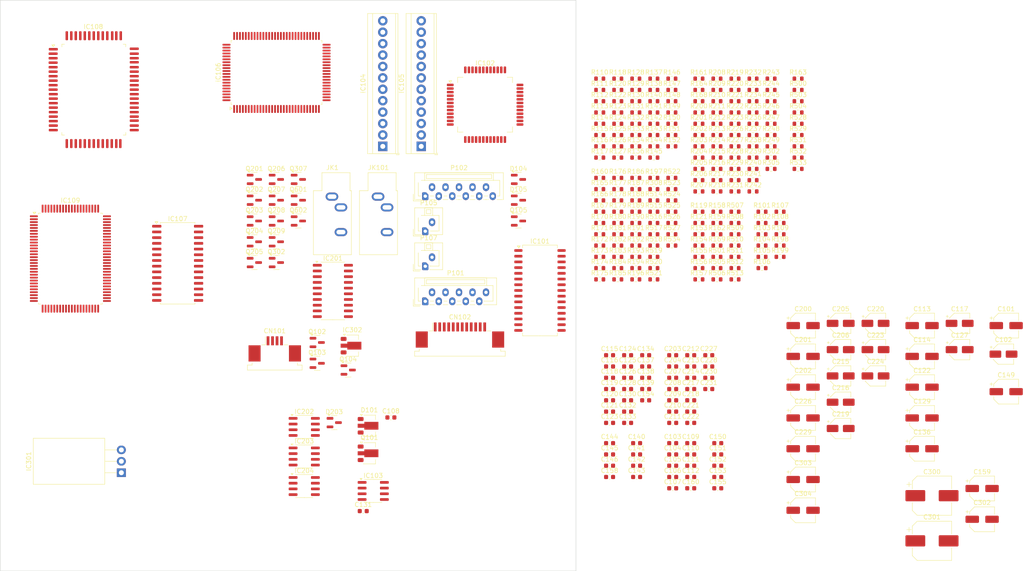
<source format=kicad_pcb>
(kicad_pcb (version 20240108) (generator "pcbnew") (generator_version "8.0")
  (layers (0 "F.Cu" signal) (31 "B.Cu" signal) (34 "B.Paste" user) (35 "F.Paste" user) (36 "B.SilkS" user "B.Silkscreen") (37 "F.SilkS" user "F.Silkscreen") (38 "B.Mask" user) (39 "F.Mask" user) (44 "Edge.Cuts" user))
  (net 0 "")
  (net 1 "Net-(CN101-Pin_4)")
  (net 2 "Net-(CN101-Pin_1)")
  (net 3 "Net-(CN101-Pin_3)")
  (net 4 "Net-(CN101-Pin_2)")
  (net 5 "GND")
  (net 6 "Net-(CN102-Pin_6)")
  (net 7 "Net-(CN102-Pin_7)")
  (net 8 "Net-(CN102-Pin_3)")
  (net 9 "Net-(CN102-Pin_2)")
  (net 10 "/RF AMP/A+C")
  (net 11 "/RF AMP/B+D")
  (net 12 "Net-(CN102-Pin_5)")
  (net 13 "/MCU/PWM_DIGIT1")
  (net 14 "Net-(P107-Pin_2)")
  (net 15 "Net-(P105-Pin_1)")
  (net 16 "/~{WR}")
  (net 17 "/PF5")
  (net 18 "/MCU/DISP_LATCH")
  (net 19 "+5VA")
  (net 20 "/I2S_WDLK")
  (net 21 "Net-(IC201-CH2OUT)")
  (net 22 "Net-(IC201-VREFL1)")
  (net 23 "Net-(IC201-VREFH1)")
  (net 24 "/~{I2S_SCLK}")
  (net 25 "/I2S_LRCK")
  (net 27 "/I2S_DAT")
  (net 28 "Net-(IC201-CH1OUT)")
  (net 29 "/SCSI/~{SCSI_RST}")
  (net 30 "+5V")
  (net 31 "Net-(J2-Pad1)")
  (net 32 "Net-(J1-Pad1)")
  (net 33 "/AUDIO/LINEOUT_R")
  (net 34 "/AUDIO/LINEOUT_L")
  (net 35 "/PD4")
  (net 36 "/PD5")
  (net 37 "/PD3")
  (net 38 "/PD7")
  (net 39 "/PD2")
  (net 40 "/PD1")
  (net 41 "/PD0")
  (net 42 "/PD6")
  (net 43 "Net-(P102-Pin_10)")
  (net 44 "/~{MRST}")
  (net 45 "/MCU/FS_RS")
  (net 46 "/MCU/P102_PIN6?")
  (net 47 "/MCU/PLAY_PAUSE")
  (net 48 "/MCU/PWM_DIGIT2")
  (net 49 "/SPL_MOTOR_BLACK")
  (net 50 "/SPL_MOTOR_RED")
  (net 51 "/MCU/STOP")
  (net 52 "Net-(Q102-C)")
  (net 53 "Net-(Q102-B)")
  (net 54 "Net-(Q103-B)")
  (net 55 "/Servo and Actuator Drivers/SLO")
  (net 56 "Net-(Q103-C)")
  (net 57 "Net-(Q104-E)")
  (net 58 "Net-(Q104-B)")
  (net 59 "/UPC3")
  (net 60 "Net-(IC108-PC3)")
  (net 61 "Net-(Q201-C)")
  (net 62 "Net-(Q201-B)")
  (net 63 "Net-(Q202-B)")
  (net 64 "Net-(Q202-C)")
  (net 65 "/~{GROOVE}")
  (net 66 "Net-(Q203-C)")
  (net 67 "/AUDIO/5V_002")
  (net 68 "Net-(Q204-B)")
  (net 69 "Net-(D203-A)")
  (net 70 "/AUDIO/AUDIO_R")
  (net 71 "Net-(Q205-B)")
  (net 72 "Net-(Q206-B)")
  (net 73 "/AUDIO/AUDIO_L")
  (net 74 "/MUTG")
  (net 75 "Net-(Q208-B)")
  (net 76 "Net-(Q208-C)")
  (net 77 "Net-(Q209-B)")
  (net 78 "Net-(Q209-C)")
  (net 79 "+9V")
  (net 80 "Net-(Q302-B)")
  (net 81 "+9VA")
  (net 82 "Net-(Q307-B)")
  (net 83 "Net-(Q601-B)")
  (net 84 "Net-(Q602-B)")
  (net 85 "Net-(Q101-E)")
  (net 86 "/RF AMP/RFO")
  (net 87 "Net-(IC101-RF-)")
  (net 88 "/VC")
  (net 89 "Net-(R104-Pad2)")
  (net 90 "Net-(R105-Pad2)")
  (net 91 "Net-(R106-Pad1)")
  (net 92 "Net-(P103-Pin_1)")
  (net 93 "Net-(IC101-ASY)")
  (net 94 "/DSP/ASY")
  (net 95 "Net-(IC101-FE)")
  (net 96 "Net-(C111-Pad2)")
  (net 97 "/Servo and Actuator Drivers/FEO")
  (net 98 "/Servo and Actuator Drivers/FE-")
  (net 99 "Net-(P104-Pin_3)")
  (net 100 "/Servo and Actuator Drivers/TAO")
  (net 101 "/Servo and Actuator Drivers/TE-")
  (net 102 "Net-(P104-Pin_4)")
  (net 103 "Net-(IC102-SL+)")
  (net 104 "Net-(C122-Pad2)")
  (net 105 "Net-(IC102-SL-)")
  (net 106 "Net-(IC102-FSET)")
  (net 107 "/MLT")
  (net 108 "/XRST")
  (net 109 "Net-(IC102-XRST)")
  (net 110 "Net-(IC102-PDI)")
  (net 111 "/PDO")
  (net 112 "Net-(IC102-3.5V)")
  (net 113 "Net-(IC102-ISET)")
  (net 114 "Net-(IC102-VCOF)")
  (net 115 "Net-(R127-Pad1)")
  (net 116 "/VCOI")
  (net 117 "/VCOO")
  (net 118 "/MDS")
  (net 119 "Net-(IC102-FSW)")
  (net 120 "/FSW")
  (net 121 "Net-(IC102-SPDL-)")
  (net 122 "/Servo and Actuator Drivers/SPDLO")
  (net 123 "Net-(IC104-Pad5)")
  (net 124 "Net-(IC105-Pad5)")
  (net 125 "Net-(IC105-Pad8)")
  (net 126 "Net-(IC104-Pad8)")
  (net 127 "/IC108_PB2")
  (net 128 "/Servo and Actuator Drivers/VSUP-2.5")
  (net 129 "Net-(IC103B--)")
  (net 130 "/Servo and Actuator Drivers/VSUP{slash}2")
  (net 131 "Net-(P106-Pin_1)")
  (net 132 "/GFS")
  (net 133 "/MCU/REPEAT")
  (net 134 "Net-(IC108-MODE1)")
  (net 135 "Net-(IC106-XTAO)")
  (net 136 "Net-(C141-Pad1)")
  (net 137 "/~{MUTE_EN}")
  (net 138 "Net-(IC107-~{WE})")
  (net 139 "Net-(IC109-Pad84)")
  (net 140 "Net-(IC109-XCA9)")
  (net 141 "/SCSI/MA9")
  (net 142 "/SCSI/MA10")
  (net 143 "Net-(IC109-XCA10)")
  (net 144 "/SCSI/MA11")
  (net 145 "Net-(IC109-XCA11)")
  (net 146 "/SCSI/MA12")
  (net 147 "Net-(IC109-XCA12)")
  (net 148 "/SBCK")
  (net 149 "/SFSY")
  (net 150 "/PW")
  (net 151 "/SCSI/~{SCSI_IO}")
  (net 152 "/SCSI/~{SCSI_CD}")
  (net 153 "/SCSI/~{SCSI_MSG}")
  (net 154 "/SCSI/~{SCSI_BSY}")
  (net 155 "/SCSI/SCSI_D7")
  (net 156 "/SCSI/SCSI_D6")
  (net 157 "/SCSI/SCSI_D5")
  (net 158 "/SCSI/SCSI_D4")
  (net 159 "/SCSI/SCSI_D3")
  (net 160 "/SCSI/SCSI_D2")
  (net 161 "/SCSI/SCSI_D1")
  (net 162 "/SCSI/SCSI_D0")
  (net 163 "/SCSI/~{SCSI_ACK}")
  (net 164 "/SCSI/~{SCSI_REQ}")
  (net 165 "/~{SCSI_SEL}")
  (net 166 "/I2S_SCLK")
  (net 167 "/SBSY")
  (net 168 "Net-(IC101-TE)")
  (net 169 "Net-(C112-Pad2)")
  (net 170 "Net-(IC101-~{LDON})")
  (net 171 "/~{LDON}")
  (net 172 "Net-(IC202B-+)")
  (net 173 "Net-(IC202A-+)")
  (net 174 "Net-(C205-Pad1)")
  (net 175 "Net-(C207-Pad2)")
  (net 176 "Net-(C208-Pad2)")
  (net 177 "Net-(C206-Pad1)")
  (net 178 "Net-(C209-Pad2)")
  (net 179 "Net-(C210-Pad2)")
  (net 180 "Net-(C213-Pad1)")
  (net 181 "Net-(C214-Pad1)")
  (net 182 "Net-(IC203A--)")
  (net 183 "Net-(IC203B--)")
  (net 184 "Net-(IC203B-+)")
  (net 185 "Net-(IC203A-+)")
  (net 186 "Net-(C215-Pad2)")
  (net 187 "Net-(C216-Pad2)")
  (net 188 "Net-(C217-Pad2)")
  (net 189 "Net-(C218-Pad2)")
  (net 190 "Net-(D203-K-Pad2)")
  (net 191 "Net-(D203-K-Pad1)")
  (net 192 "Net-(C221-Pad1)")
  (net 193 "/AUDIO/5V_001")
  (net 194 "Net-(C222-Pad1)")
  (net 195 "Net-(C219-Pad2)")
  (net 196 "Net-(C220-Pad2)")
  (net 197 "Net-(IC204B--)")
  (net 198 "Net-(C223-Pad1)")
  (net 199 "Net-(IC204A--)")
  (net 200 "Net-(C224-Pad1)")
  (net 201 "Net-(IC204-Pad7)")
  (net 202 "Net-(IC204-Pad1)")
  (net 203 "Net-(C226-Pad1)")
  (net 204 "Net-(C229-Pad1)")
  (net 205 "Net-(IC204B-+)")
  (net 206 "Net-(IC204A-+)")
  (net 207 "/PCLK")
  (net 208 "Net-(IC106-DA09)")
  (net 209 "Net-(IC106-DA16)")
  (net 210 "Net-(IC106-DA14)")
  (net 211 "Net-(IC108-PD0)")
  (net 212 "Net-(IC108-PD1)")
  (net 213 "Net-(IC108-PD2)")
  (net 214 "Net-(IC108-PD3)")
  (net 215 "Net-(IC108-PD4)")
  (net 216 "Net-(IC108-PD5)")
  (net 217 "Net-(IC108-PD6)")
  (net 218 "Net-(IC108-PD7)")
  (net 219 "Net-(JK104C-I2S_SCLK)")
  (net 220 "Net-(JK104B-SBCK)")
  (net 221 "Net-(JK104B-I2S_DAT)")
  (net 222 "Net-(JK104B-I2S_LRCK)")
  (net 223 "Net-(JK104B-PW)")
  (net 224 "Net-(JK104D-SBSY)")
  (net 225 "Net-(JK104D-~{SCSI_REQ})")
  (net 226 "Net-(JK104C-~{SCSI_ACK})")
  (net 227 "Net-(JK104D-~{SCSI_MSG})")
  (net 228 "Net-(JK104C-~{SCSI_BSY})")
  (net 229 "Net-(JK104C-~{SCSI_IO})")
  (net 230 "Net-(JK104C-~{SCSI_CD})")
  (net 231 "Net-(JK104B-~{SCSI_SEL})")
  (net 232 "Net-(JK104B-SFSY)")
  (net 233 "Net-(IC106-LRCK)")
  (net 234 "Net-(IC106-WDCK)")
  (net 235 "Net-(IC106-DA15)")
  (net 236 "Net-(IC106-DA08)")
  (net 237 "Net-(IC106-XTAI)")
  (net 238 "Net-(IC109-XIN)")
  (net 239 "Net-(IC101-RFI)")
  (net 240 "Net-(IC101-CC2)")
  (net 241 "Net-(IC101-CC1)")
  (net 242 "Net-(IC101-CP)")
  (net 243 "Net-(IC101-CB)")
  (net 244 "/Servo and Actuator Drivers/TZC")
  (net 245 "Net-(IC102-FGD)")
  (net 246 "Net-(IC102-FS3)")
  (net 247 "Net-(IC102-FLB)")
  (net 248 "Net-(IC102-TG2)")
  (net 249 "Net-(IC102-TGU)")
  (net 250 "Net-(IC102-BW)")
  (net 251 "Net-(IC102-C864)")
  (net 252 "Net-(P106-Pin_2)")
  (net 253 "Net-(IC108-X1)")
  (net 254 "Net-(IC108-X2)")
  (net 255 "Net-(IC101-LD)")
  (net 256 "Net-(IC102-SRCH)")
  (net 257 "Net-(IC202B--)")
  (net 258 "Net-(IC202A--)")
  (net 259 "Net-(C219-Pad1)")
  (net 260 "Net-(C220-Pad1)")
  (net 262 "Net-(L101-Pad2)")
  (net 263 "Net-(IC101-E1)")
  (net 264 "/FOK")
  (net 266 "Net-(IC101-E0)")
  (net 267 "/DSP/EFM")
  (net 268 "Net-(IC101-FEBIAS)")
  (net 269 "/RF AMP/MIRROR")
  (net 270 "/RF AMP/DEFECT")
  (net 271 "/LOCK")
  (net 272 "/MDAT")
  (net 273 "/MDP")
  (net 274 "/MCK")
  (net 275 "/CNIN")
  (net 276 "/Servo and Actuator Drivers/TE")
  (net 277 "/MON")
  (net 278 "/Servo and Actuator Drivers/FE")
  (net 279 "/SENS")
  (net 281 "/MODE_SELECT")
  (net 286 "/SQCK")
  (net 293 "/CRCF")
  (net 296 "/SUBQ")
  (net 300 "/ALE")
  (net 301 "/PF1")
  (net 304 "/PF3")
  (net 305 "/PF0")
  (net 306 "/~{RD}")
  (net 308 "/PA1")
  (net 313 "/PF4")
  (net 314 "/PA0")
  (net 315 "/PA2")
  (net 316 "/PF2")
  (net 319 "/SCSI/MD0")
  (net 320 "/SCSI/MA8")
  (net 321 "/SCSI/MD3")
  (net 322 "/SCSI/MA6")
  (net 323 "/SCSI/MD5")
  (net 324 "/SCSI/MA1")
  (net 325 "/SCSI/MA3")
  (net 326 "/SCSI/MD7")
  (net 327 "/SCSI/MA7")
  (net 329 "/SCSI/MD2")
  (net 330 "/SCSI/MA5")
  (net 331 "/SCSI/MA0")
  (net 332 "/SCSI/MD1")
  (net 333 "/SCSI/MA4")
  (net 334 "/SCSI/MA2")
  (net 335 "/SCSI/MD6")
  (net 336 "/SCSI/MD4")
  (net 337 "Net-(IC107-~{OE})")
  (footprint "Capacitor_SMD:C_0603_1608Metric" (layer "F.Cu") (at 185.475 133.58)
    (property "Reference" "C146")
    (property "Value" "?")
  )
  (footprint "Resistor_SMD:R_0603_1608Metric" (layer "F.Cu") (at 199.325 47.45)
    (property "Reference" "R146")
    (property "Value" "10k")
  )
  (footprint "Capacitor_SMD:C_0603_1608Metric" (layer "F.Cu") (at 185.475 119.03)
    (property "Reference" "C120")
    (property "Value" "?")
  )
  (footprint "Capacitor_SMD:CP_Elec_5x5.4" (layer "F.Cu") (at 273.65 117.1)
    (property "Reference" "C149")
    (property "Value" "100uF")
  )
  (footprint "Resistor_SMD:R_0603_1608Metric" (layer "F.Cu") (at 213.355 54.98)
    (property "Reference" "R222")
    (property "Value" "1k")
  )
  (footprint "Resistor_SMD:R_0603_1608Metric" (layer "F.Cu") (at 217.365 57.49)
    (property "Reference" "R236")
    (property "Value" "220")
  )
  (footprint "Capacitor_SMD:C_0603_1608Metric" (layer "F.Cu") (at 199.505 111.5)
    (property "Reference" "C204")
    (property "Value" "47pF")
  )
  (footprint "Package_TO_SOT_SMD:SOT-23" (layer "F.Cu") (at 111.39 69.875)
    (property "Reference" "Q206")
    (property "Value" "Q_NPN_BEC")
  )
  (footprint "Resistor_SMD:R_0603_1608Metric" (layer "F.Cu") (at 199.325 60)
    (property "Reference" "R151")
    (property "Value" "33k")
  )
  (footprint "Capacitor_SMD:C_0603_1608Metric" (layer "F.Cu") (at 185.475 131.07)
    (property "Reference" "C145")
    (property "Value" "?")
  )
  (footprint "Resistor_SMD:R_0603_1608Metric" (layer "F.Cu") (at 195.315 72.04)
    (property "Reference" "R308")
    (property "Value" "4.7k")
  )
  (footprint "Package_TO_SOT_SMD:SOT-23" (layer "F.Cu") (at 124.255 123.99)
    (property "Reference" "D203")
    (property "Value" "D_Dual_CommonAnode_KKA")
  )
  (footprint "Resistor_SMD:R_0603_1608Metric" (layer "F.Cu") (at 187.295 65.02)
    (property "Reference" "R127")
    (property "Value" "3.6k")
  )
  (footprint "Resistor_SMD:R_0603_1608Metric" (layer "F.Cu") (at 209.345 87.1)
    (property "Reference" "R501")
    (property "Value" "2k2")
  )
  (footprint "Resistor_SMD:R_0603_1608Metric" (layer "F.Cu") (at 213.355 49.96)
    (property "Reference" "R220")
    (property "Value" "10k")
  )
  (footprint "Package_SO:SOIC-8_3.9x4.9mm_P1.27mm" (layer "F.Cu") (at 132.925 139.195)
    (property "Reference" "IC103")
    (property "Value" "RC4558")
  )
  (footprint "Capacitor_SMD:C_0603_1608Metric" (layer "F.Cu") (at 199.505 128.56)
    (property "Reference" "C103")
    (property "Value" "4.7nF")
  )
  (footprint "Capacitor_SMD:C_0603_1608Metric" (layer "F.Cu") (at 136.855 122.845)
    (property "Reference" "C108")
    (property "Value" "470nF")
  )
  (footprint "Resistor_SMD:R_0603_1608Metric" (layer "F.Cu") (at 205.335 49.96)
    (property "Reference" "R164")
    (property "Value" "10k")
  )
  (footprint "Capacitor_SMD:CP_Elec_4x5.4" (layer "F.Cu") (at 244.6 107.75)
    (property "Reference" "C223")
    (property "Value" "4.7uF")
  )
  (footprint "Capacitor_SMD:CP_Elec_5x5.4" (layer "F.Cu") (at 228.5 109.25)
    (property "Reference" "C201")
    (property "Value" "100uF")
  )
  (footprint "Resistor_SMD:R_0603_1608Metric" (layer "F.Cu") (at 191.305 52.47)
    (property "Reference" "R130")
    (property "Value" "1M")
  )
  (footprint "Resistor_SMD:R_0603_1608Metric" (layer "F.Cu") (at 187.295 69.53)
    (property "Reference" "R176")
    (property "Value" "4.7k")
  )
  (footprint "Resistor_SMD:R_0603_1608Metric" (layer "F.Cu") (at 213.355 79.57)
    (property "Reference" "R508")
    (property "Value" "3k3")
  )
  (footprint "Capacitor_SMD:C_0603_1608Metric" (layer "F.Cu") (at 193.495 116.52)
    (property "Reference" "C139")
    (property "Value" "1uF")
  )
  (footprint "Capacitor_SMD:CP_Elec_8x10.5" (layer "F.Cu") (at 257.15 150.3)
    (property "Reference" "C301")
    (property "Value" "470uF")
  )
  (footprint "Resistor_SMD:R_0603_1608Metric" (layer "F.Cu") (at 191.305 62.51)
    (property "Reference" "R134")
    (property "Value" "33k")
  )
  (footprint "Package_TO_SOT_SMD:SOT-23" (layer "F.Cu") (at 165.22 69.875)
    (property "Reference" "D104")
    (property "Value" "D_Dual_CommonAnode_KKA")
  )
  (footprint "Capacitor_SMD:C_0603_1608Metric" (layer "F.Cu") (at 189.485 119.03)
    (property "Reference" "C130")
    (property "Value" "?")
  )
  (footprint "CDR-30A:PQFP-64_20x14mm_P1.0mm" (layer "F.Cu") (at 70.8 49.9)
    (property "Reference" "IC108")
    (property "Value" "D78C14GF")
  )
  (footprint "Resistor_SMD:R_0603_1608Metric" (layer "F.Cu") (at 183.285 92.12)
    (property "Reference" "R175")
    (property "Value" "4.7k")
  )
  (footprint "Capacitor_SMD:C_0603_1608Metric" (layer "F.Cu") (at 193.495 114.01)
    (property "Reference" "C138")
    (property "Value" "C")
  )
  (footprint "Resistor_SMD:R_0603_1608Metric" (layer "F.Cu") (at 195.315 87.1)
    (property "Reference" "R519")
    (property "Value" "220")
  )
  (footprint "Resistor_SMD:R_0603_1608Metric" (layer "F.Cu") (at 195.315 92.12)
    (property "Reference" "R521")
    (property "Value" "220")
  )
  (footprint "Resistor_SMD:R_0603_1608Metric" (layer "F.Cu") (at 195.315 52.47)
    (property "Reference" "R140")
    (property "Value" "10k")
  )
  (footprint "Resistor_SMD:R_0603_1608Metric" (layer "F.Cu") (at 205.335 92.12)
    (property "Reference" "R157")
    (property "Value" "10k")
  )
  (footprint "Capacitor_SMD:C_0603_1608Metric" (layer "F.Cu") (at 203.515 114.01)
    (property "Reference" "C214")
    (property "Value" "2.2nF")
  )
  (footprint "Capacitor_SMD:CP_Elec_4x5.4" (layer "F.Cu") (at 236.85 125.3)
    (property "Reference" "C219")
    (property "Value" "4.7uF")
  )
  (footprint "Resistor_SMD:R_0603_1608Metric" (layer "F.Cu") (at 187.295 62.51)
    (property "Reference" "R126")
    (property "Value" "240k")
  )
  (footprint "Resistor_SMD:R_0603_1608Metric" (layer "F.Cu") (at 209.345 84.59)
    (property "Reference" "R169")
    (property "Value" "47k")
  )
  (footprint "Capacitor_SMD:C_0603_1608Metric" (layer "F.Cu") (at 189.485 108.99)
    (property "Reference" "C124")
    (property "Value" "?")
  )
  (footprint "Resistor_SMD:R_0603_1608Metric" (layer "F.Cu") (at 187.295 82.08)
    (property "Reference" "R181")
    (property "Value" "4.7k")
  )
  (footprint "Resistor_SMD:R_0603_1608Metric" (layer "F.Cu") (at 191.305 89.61)
    (property "Reference" "R194")
    (property "Value" "4.7k")
  )
  (footprint "Capacitor_SMD:CP_Elec_5x5.4" (layer "F.Cu") (at 254.95 129.8)
    (property "Reference" "C136")
    (property "Value" "100uF")
  )
  (footprint "Capacitor_SMD:C_0603_1608Metric" (layer "F.Cu") (at 203.515 116.52)
    (property "Reference" "C217")
    (property "Value" "2.2nF")
  )
  (footprint "Capacitor_SMD:C_0603_1608Metric" (layer "F.Cu") (at 203.515 133.58)
    (property "Reference" "C111")
    (property "Value" "?")
  )
  (footprint "Capacitor_SMD:C_0603_1608Metric" (layer "F.Cu") (at 189.485 121.54)
    (property "Reference" "C132")
    (property "Value" "?")
  )
  (footprint "Package_QFP:PQFP-100_14x20mm_P0.65mm" (layer "F.Cu") (at 65.6 87.5)
    (property "Reference" "IC109")
    (property "Value" "D6378GF")
  )
  (footprint "Capacitor_SMD:C_0603_1608Metric" (layer "F.Cu") (at 185.475 108.99)
    (property "Reference" "C115")
    (property "Value" "?")
  )
  (footprint "Connector_Audio:Jack_3.5mm_CUI_SJ1-3533NG_Horizontal" (layer "F.Cu") (at 123.75 73.7)
    (property "Reference" "JK1")
    (property "Value" "AudioJack3")
  )
  (footprint "Resistor_SMD:R_0603_1608Metric" (layer "F.Cu") (at 183.285 49.96)
    (property "Reference" "R111")
    (property "Value" "220k")
  )
  (footprint "Capacitor_SMD:C_0603_1608Metric" (layer "F.Cu") (at 207.525 111.5)
    (property "Reference" "C228")
    (property "Value" "33nF")
  )
  (footprint "Package_SO:SOIC-8_3.9x4.9mm_P1.27mm" (layer "F.Cu") (at 117.585 124.945)
    (property "Reference" "IC202")
    (property "Value" "RC4560")
  )
  (footprint "Resistor_SMD:R_0603_1608Metric" (layer "F.Cu") (at 187.295 54.98)
    (property "Reference" "R123")
    (property "Value" "10k")
  )
  (footprint "Capacitor_SMD:C_0603_1608Metric" (layer "F.Cu") (at 185.475 121.54)
    (property "Reference" "C121")
    (property "Value" "?")
  )
  (footprint "Capacitor_SMD:C_0603_1608Metric" (layer "F.Cu") (at 203.515 108.99)
    (property "Reference" "C212")
    (property "Value" "47nF")
  )
  (footprint "Resistor_SMD:R_0603_1608Metric" (layer "F.Cu") (at 199.325 69.53)
    (property "Reference" "R522")
    (property "Value" "220")
  )
  (footprint "Resistor_SMD:R_0603_1608Metric" (layer "F.Cu") (at 213.355 47.45)
    (property "Reference" "R219")
    (property "Value" "22")
  )
  (footprint "Package_TO_SOT_SMD:SOT-23" (layer "F.Cu") (at 120.47 110.79)
    (property "Reference" "Q103")
    (property "Value" "2SC2412K")
  )
  (footprint "Capacitor_SMD:C_0603_1608Metric" (layer "F.Cu") (at 203.515 119.03)
    (property "Reference" "C218")
    (property "Value" "2.2nF")
  )
  (footprint "Resistor_SMD:R_0603_1608Metric" (layer "F.Cu") (at 221.375 60)
    (property "Reference" "R248")
    (property "Value" "0")
  )
  (footprint "Capacitor_SMD:CP_Elec_5x5.4" (layer "F.Cu") (at 228.5 102.4)
    (property "Reference" "C200")
    (property "Value" "22uF")
  )
  (footprint "Capacitor_SMD:CP_Elec_5x5.4" (layer "F.Cu") (at 228.5 136.65)
    (property "Reference" "C303")
    (property "Value" "100uF")
  )
  (footprint "Resistor_SMD:R_0603_1608Metric" (layer "F.Cu") (at 183.285 60)
    (property "Reference" "R115")
    (property "Value" "33k")
  )
  (footprint "Capacitor_SMD:CP_Elec_4x5.4" (layer "F.Cu") (at 236.85 107.75)
    (property "Reference" "C206")
    (property "Value" "10uF")
  )
  (footprint "Resistor_SMD:R_0603_1608Metric" (layer "F.Cu") (at 217.365 49.96)
    (property "Reference" "R233")
    (property "Value" "10k")
  )
  (footprint "Resistor_SMD:R_0603_1608Metric" (layer "F.Cu") (at 195.315 77.06)
    (property "Reference" "R515")
    (property "Value" "220")
  )
  (footprint "Resistor_SMD:R_0603_1608Metric" (layer "F.Cu") (at 199.325 54.98)
    (property "Reference" "R149")
    (property "Value" "33k")
  )
  (footprint "Capacitor_SMD:C_0603_1608Metric" (layer "F.Cu") (at 199.505 138.6)
    (property "Reference" "C107")
    (property "Value" "10nF")
  )
  (footprint "Resistor_SMD:R_0603_1608Metric" (layer "F.Cu") (at 195.315 49.96)
    (property "Reference" "R138")
    (property "Value" "100k")
  )
  (footprint "Capacitor_SMD:CP_Elec_5x5.4" (layer "F.Cu") (at 228.5 122.95)
    (property "Reference" "C226")
    (property "Value" "100uF")
  )
  (footprint "Resistor_SMD:R_0603_1608Metric" (layer "F.Cu") (at 219.365 82.08)
    (property "Reference" "R103")
    (property "Value" "20k")
  )
  (footprint "Resistor_SMD:R_0603_1608Metric" (layer "F.Cu") (at 187.295 92.12)
    (property "Reference" "R185")
    (property "Value" "4.7k")
  )
  (footprint "Package_TO_SOT_SMD:SOT-23" (layer "F.Cu") (at 116.28 69.875)
    (property "Reference" "Q307")
    (property "Value" "2SC2412K")
  )
  (footprint "Capacitor_SMD:CP_Elec_5x5.4" (layer "F.Cu") (at 254.95 116.1)
    (property "Reference" "C122")
    (property "Value" "100uF")
  )
  (footprint "Resistor_SMD:R_0603_1608Metric" (layer "F.Cu") (at 213.355 72.55)
    (property "Reference" "R231")
    (property "Value" "100k")
  )
  (footprint "Capacitor_SMD:C_0603_1608Metric" (layer "F.Cu") (at 185.475 116.52)
    (property "Reference" "C119")
    (property "Value" "?")
  )
  (footprint "Package_TO_SOT_SMD:SOT-23" (layer "F.Cu") (at 165.22 79.125)
    (property "Reference" "Q105")
    (property "Value" "DTC114EU3")
  )
  (footprint "Capacitor_SMD:CP_Elec_8x10.5" (layer "F.Cu") (at 257.15 140.25)
    (property "Reference" "C300")
    (property "Value" "470uF")
  )
  (footprint "Resistor_SMD:R_0603_1608Metric" (layer "F.Cu") (at 195.315 47.45)
    (property "Reference" "R137")
    (property "Value" "10k")
  )
  (footprint "Resistor_SMD:R_0603_1608Metric" (layer "F.Cu") (at 195.315 69.53)
    (property "Reference" "R197")
    (property "Value" "4.7k")
  )
  (footprint "Resistor_SMD:R_0603_1608Metric" (layer "F.Cu") (at 209.345 52.47)
    (property "Reference" "R210")
    (property "Value" "22k")
  )
  (footprint "Package_TO_SOT_SMD:SOT-23" (layer "F.Cu") (at 116.28 79.125)
    (property "Reference" "Q602")
    (property "Value" "Q_NPN_BEC")
  )
  (footprint "Resistor_SMD:R_0603_1608Metric" (layer "F.Cu") (at 223.375 87.1)
    (property "Reference" "R199")
    (property "Value" "4.7k")
  )
  (footprint "Package_SO:SO-20_5.3x12.6mm_P1.27mm" (layer "F.Cu") (at 123.95 94.69)
    (property "Reference" "IC201")
    (property "Value" "LC7881M")
  )
  (footprint "Resistor_SMD:R_0603_1608Metric" (layer "F.Cu") (at 183.285 54.98)
    (property "Reference" "R113")
    (property "Value" "220k")
  )
  (footprint "Resistor_SMD:R_0603_1608Metric" (layer "F.Cu") (at 195.315 57.49)
    (property "Reference" "R142")
    (property "Value" "33k")
  )
  (footprint "Capacitor_SMD:C_0603_1608Metric" (layer "F.Cu") (at 203.515 138.6)
    (property "Reference" "C160")
    (property "Value" "?")
  )
  (footprint "Capacitor_SMD:C_0603_1608Metric" (layer "F.Cu") (at 207.525 114.01)
    (property "Reference" "C230")
    (property "Value" "?")
  )
  (footprint "Capacitor_SMD:C_0603_1608Metric" (layer "F.Cu") (at 185.475 124.05)
    (property "Reference" "C123")
    (property "Value" "?")
  )
  (footprint "Resistor_SMD:R_0603_1608Metric" (layer "F.Cu") (at 227.385 47.45)
    (property "Reference" "R163")
    (property "Value" "100k")
  )
  (footprint "Resistor_SMD:R_0603_1608Metric" (layer "F.Cu") (at 183.285 62.51)
    (property "Reference" "R116")
    (property "Value" "100k")
  )
  (footprint "Resistor_SMD:R_0603_1608Metric" (layer "F.Cu") (at 213.355 89.61)
    (property "Reference" "R512")
    (property "Value" "3k3")
  )
  (footprint "Resistor_SMD:R_0603_1608Metric" (layer "F.Cu") (at 205.335 65.02)
    (property "Reference" "R204")
    (property "Value" "47k")
  )
  (footprint "Capacitor_SMD:C_0603_1608Metric" (layer "F.Cu") (at 203.515 128.56)
    (property "Reference" "C109")
    (property "Value" "10nF")
  )
  (footprint "Capacitor_SMD:C_0603_1608Metric" (layer "F.Cu") (at 189.485 124.05)
    (property "Reference" "C133")
    (property "Value" "?")
  )
  (footprint "Resistor_SMD:R_0603_1608Metric" (layer "F.Cu") (at 195.315 60)
    (property "Reference" "R143")
    (property "Value" "33k")
  )
  (footprint "Package_SO:SOIC-28W_7.5x17.9mm_P1.27mm" (layer "F.Cu") (at 89.45 88.545)
    (property "Reference" "IC107")
    (property "Value" "D4364G")
  )
  (footprint "Resistor_SMD:R_0603_1608Metric" (layer "F.Cu") (at 205.335 57.49)
    (property "Reference" "R201")
    (property "Value" "10k")
  )
  (footprint "Resistor_SMD:R_0603_1608Metric" (layer "F.Cu") (at 213.355 62.51)
    (property "Reference" "R227")
    (property "Value" "10k")
  )
  (footprint "Package_TO_SOT_SMD:SOT-23" (layer "F.Cu") (at 127.36 112.285)
    (property "Reference" "Q104")
    (property "Value" "2SC2412K")
  )
  (footprint "Capacitor_SMD:C_0603_1608Metric" (layer "F.Cu") (at 199.505 108.99)
    (property "Reference" "C203")
    (property "Value" "47pF")
  )
  (footprint "Capacitor_SMD:C_0603_1608Metric" (layer "F.Cu") (at 209.525 138.6)
    (property "Reference" "C155")
    (property "Value" "C")
  )
  (footprint "Resistor_SMD:R_0603_1608Metric" (layer "F.Cu") (at 213.355 60)
    (property "Reference" "R226")
    (property "Value" "8k2")
  )
  (footprint "Resistor_SMD:R_0603_1608Metric" (layer "F.Cu") (at 183.285 52.47)
    (property "Reference" "R112")
    (property "Value" "100k")
  )
  (footprint "CDR-30A:SOIC-30W_7.5x20.0mm_P1.27mm" (layer "F.Cu") (at 170 94.58)
    (property "Reference" "IC101")
    (property "Value" "CXA1081")
  )
  (footprint "Resistor_SMD:R_0603_1608Metric" (layer "F.Cu") (at 209.345 77.06)
    (property "Reference" "R158")
    (property "Value" "10k")
  )
  (footprint "Capacitor_SMD:C_0603_1608Metric" (layer "F.Cu") (at 199.505 121.54)
    (property "Reference" "C210")
    (property "Value" "15nF")
  )
  (footprint "Capacitor_SMD:C_0603_1608Metric" (layer "F.Cu") (at 185.475 111.5)
    (property "Reference" "C116")
    (property "Value" "?")
  )
  (footprint "Package_TO_SOT_SMD:SOT-23" (layer "F.Cu") (at 111.39 83.75)
    (property "Reference" "Q209")
    (property "Value" "Q_NPN_BEC")
  )
  (footprint "Package_TO_SOT_SMD:SOT-89-3" (layer "F.Cu") (at 132.075 130.815)
    (property "Reference" "Q101")
    (property "Value" "Q_PNP_Darlington_BCEC")
  )
  (footprint "Resistor_SMD:R_0603_1608Metric" (layer "F.Cu") (at 205.335 54.98)
    (property "Reference" "R200")
    (property "Value" "10k")
  )
  (footprint "Resistor_SMD:R_0603_1608Metric" (layer "F.Cu") (at 205.335 52.47)
    (property "Reference" "R168")
    (property "Value" "10k")
  )
  (footprint "Resistor_SMD:R_0603_1608Metric" (layer "F.Cu") (at 209.345 72.55)
    (property "Reference" "R218")
    (property "Value" "22")
  )
  (footprint "Package_SO:SOIC-8_3.9x4.9mm_P1.27mm" (layer "F.Cu") (at 117.585 138.105)
    (property "Reference" "IC204")
    (property "Value" "RC4558")
  )
  (footprint "Package_TO_SOT_SMD:SOT-23" (layer "F.Cu") (at 106.5 83.75)
    (property "Reference" "Q204")
    (property "Value" "DTA124EU3")
  )
  (footprint "Resistor_SMD:R_0603_1608Metric" (layer "F.Cu") (at 191.305 84.59)
    (property "Reference" "R192")
    (property "Value" "4.7k")
  )
  (footprint "Capacitor_SMD:CP_Elec_4x5.4" (layer "F.Cu") (at 236.85 119.45)
    (property "Reference" "C216")
    (property "Value" "4.7uF")
  )
  (footprint "Resistor_SMD:R_0603_1608Metric" (layer "F.Cu") (at 217.365 72.55)
    (property "Reference" "R242")
    (property "Value" "6k8")
  )
  (footprint "Resistor_SMD:R_0603_1608Metric" (layer "F.Cu") (at 187.295 60)
    (property "Reference" "R125")
    (property "Value" "100k")
  )
  (footprint "Resistor_SMD:R_0603_1608Metric" (layer "F.Cu") (at 209.345 60)
    (property "Reference" "R213")
    (property "Value" "1k6")
  )
  (footprint "Connector_FFC-FPC:TE_1-84953-2_1x12-1MP_P1.0mm_Horizontal" (layer "F.Cu") (at 152.21 104.5)
    (property "Reference" "CN102")
    (property "Value" "Conn_01x12_Socket")
  )
  (footprint "Capacitor_SMD:C_0603_1608Metric" (layer "F.Cu") (at 191.485 131.07)
    (property "Reference" "C141")
    (property "Value" "?")
  )
  (footprint "Capacitor_SMD:CP_Elec_5x5.4" (layer "F.Cu") (at 254.95 102.4)
    (property "Reference" "C113")
    (property "Value" "33uF")
  )
  (footprint "Resistor_SMD:R_0603_1608Metric" (layer "F.Cu") (at 183.285 84.59)
    (property "Reference" "R172")
    (property "Value" "2k2")
  )
  (footprint "Resistor_SMD:R_0603_1608Metric" (layer "F.Cu") (at 191.305 49.96)
    (property "Reference" "R129")
    (property "Value" "20k")
  )
  (footprint "Capacitor_SMD:C_0603_1608Metric" (layer "F.Cu") (at 185.475 114.01)
    (property "Reference" "C118")
    (property "Value" "?")
  )
  (footprint "Resistor_SMD:R_0603_1608Metric" (layer "F.Cu") (at 213.355 52.47)
    (property "Reference" "R221")
    (property "Value" "10k")
  )
  (footprint "Resistor_SMD:R_0603_1608Metric" (layer "F.Cu") (at 209.345 89.61)
    (property "Reference" "R505")
    (property "Value" "3k3")
  )
  (footprint "Capacitor_SMD:CP_Elec_4x5.4" (layer "F.Cu") (at 236.85 113.6)
    (property "Reference" "C215")
    (property "Value" "4.7uF")
  )
  (footprint "Resistor_SMD:R_0603_1608Metric" (layer "F.Cu") (at 191.305 87.1)
    (property "Reference" "R193")
    (property "Value" "4.7k")
  )
  (footprint "Resistor_SMD:R_0603_1608Metric" (layer "F.Cu") (at 209.345 92.12)
    (property "Reference" "R506")
    (property "Value" "3k3")
  )
  (footprint "Resistor_SMD:R_0603_1608Metric" (layer "F.Cu") (at 191.305 47.45)
    (property "Reference" "R128")
    (property "Value" "10k")
  )
  (footprint "Capacitor_SMD:C_0603_1608Metric" (layer "F.Cu") (at 130.705 143.675)
    (property "Reference" "C131")
    (property "Value" "470nF")
  )
  (footprint "Connector_JST:JST_ZE_B10B-ZESK-1D_1x10_P1.50mm_Vertical" (layer "F.Cu") (at 144.5 97)
    (property "Reference" "P101")
    (property "Value" "Conn_01x10")
  )
  (footprint "Resistor_SMD:R_0603_1608Metric" (layer "F.Cu") (at 191.305 79.57)
    (property "Reference" "R190")
    (property "Value" "4.7k")
  )
  (footprint "Capacitor_SMD:CP_Elec_5x5.4" (layer "F.Cu") (at 268.3 145.5)
    (property "Reference" "C302")
    (property "Value" "100uF")
  )
  (footprint "Package_TO_SOT_SMD:SOT-23" (layer "F.Cu") (at 111.39 74.5)
    (property "Reference" "Q207")
    (property "Value" "DTC114EU3")
  )
  (footprint "Capacitor_SMD:C_0603_1608Metric" (layer "F.Cu") (at 199.505 116.52)
    (property "Reference" "C208")
    (property "Value" "47nF")
  )
  (footprint "Resistor_SMD:R_0603_1608Metric" (layer "F.Cu") (at 221.375 62.51)
    (property "Reference" "R249")
    (property "Value" "0")
  )
  (footprint "Resistor_SMD:R_0603_1608Metric" (layer "F.Cu") (at 213.355 70.04)
    (property "Reference" "R230")
    (property "Value" "100k")
  )
  (footprint "Resistor_SMD:R_0603_1608Metric" (layer "F.Cu") (at 205.335 60)
    (property "Reference" "R202")
    (property "Value" "5k1")
  )
  (footprint "Capacitor_SMD:C_0603_1608Metric" (layer "F.Cu") (at 199.505 133.58)
    (property "Reference" "C105")
    (property "Value" "?")
  )
  (footprint "Capacitor_SMD:C_0603_1608Metric" (layer "F.Cu") (at 209.525 131.07)
    (property "Reference" "C151")
    (property "Value" "?")
  )
  (footprint "Resistor_SMD:R_0603_1608Metric" (layer "F.Cu") (at 191.305 82.08)
    (property "Reference" "R191")
    (property "Value" "4.7k")
  )
  (footprint "Resistor_SMD:R_0603_1608Metric" (layer "F.Cu") (at 217.365 47.45)
    (property "Reference" "R232")
    (property "Value" "10k")
  )
  (footprint "Resistor_SMD:R_0603_1608Metric" (layer "F.Cu") (at 209.345 54.98)
    (property "Reference" "R211")
    (property "Value" "22k")
  )
  (footprint "Resistor_SMD:R_0603_1608Metric" (layer "F.Cu") (at 209.345 79.57)
    (property "Reference" "R159")
    (property "Value" "10k")
  )
  (footprint "Resistor_SMD:R_0603_1608Metric" (layer "F.Cu") (at 217.365 52.47)
    (property "Reference" "R234")
    (property "Value" "33k")
  )
  (footprint "Package_TO_SOT_SMD:SOT-23" (layer "F.Cu") (at 106.5 74.5)
    (property "Reference" "Q202")
    (property "Value" "2SC2412K")
  )
  (footprint "Resistor_SMD:R_0603_1608Metric" (layer "F.Cu") (at 191.305 77.06)
    (property "Reference" "R189")
    (property "Value" "4.7k")
  )
  (footprint "Resistor_SMD:R_0603_1608Metric" (layer "F.Cu") (at 221.375 52.47)
    (property "Reference" "R245")
    (property "Value" "820")
  )
  (footprint "Capacitor_SMD:CP_Elec_4x5.4" (layer "F.Cu") (at 244.6 101.9)
    (property "Reference" "C220")
    (property "Value" "4.7uF")
  )
  (footprint "Resistor_SMD:R_0603_1608Metric" (layer "F.Cu") (at 183.285 87.1)
    (property "Reference" "R173")
    (property "Value" "2k2")
  )
  (footprint "Connector_JST:JST_ZE_B02B-ZESK-1D_1x02_P1.50mm_Vertical" (layer "F.Cu") (at 144.5 81.4)
    (property "Reference" "P105")
    (property "Value" "Conn_01x11")
  )
  (footprint "Resistor_SMD:R_0603_1608Metric" (layer "F.Cu") (at 209.345 49.96)
    (property "Reference" "R209")
    (property "Value" "15k")
  )
  (footprint "Package_TO_SOT_SMD:SOT-23" (layer "F.Cu") (at 111.39 79.125)
    (property "Reference" "Q208")
    (property "Value" "Q_NPN_BEC")
  )
  (footprint "Resistor_SMD:R_0603_1608Metric" (layer "F.Cu") (at 227.385 67.53)
    (property "Reference" "R533")
    (property "Value" "0")
  )
  (footprint "Capacitor_SMD:C_0603_1608Metric" (layer "F.Cu") (at 203.515 136.09)
    (property "Reference" "C112")
    (property "Value" "?")
  )
  (footprint "Resistor_SMD:R_0603_1608Metric" (layer "F.Cu") (at 205.335 70.04)
    (property "Reference" "R206")
    (property "Value" "120k")
  )
  (footprint "Resistor_SMD:R_0603_1608Metric" (layer "F.Cu") (at 183.285 74.55)
    (property "Reference" "R166")
    (property "Value" "100k")
  )
  (footprint "Resistor_SMD:R_0603_1608Metric" (layer "F.Cu") (at 227.385 57.49)
    (property "Reference" "R528")
    (property "Value" "0")
  )
  (footprint "Resistor_SMD:R_0603_1608Metric" (layer "F.Cu") (at 219.365 77.06)
    (property "Reference" "R101")
    (property "Value" "10")
  )
  (footprint "Resistor_SMD:R_0603_1608Metric" (layer "F.Cu") (at 183.285 79.57)
    (property "Reference" "R170")
    (property "Value" "1k")
  )
  (footprint "Resistor_SMD:R_0603_1608Metric" (layer "F.Cu") (at 199.325 57.49)
    (property "Reference" "R150")
    (property "Value" "33k")
  )
  (footprint "Connector_JST:JST_ZE_B11B-ZESK-1D_1x11_P1.50mm_Vertical" (layer "F.Cu") (at 144.5 73.6)
    (property "Reference" "P102")
    (property "Value" "Conn_01x11")
  )
  (footprint "Resistor_SMD:R_0603_1608Metric" (layer "F.Cu") (at 221.375 67.53)
    (property "Reference" "R305")
    (property "Value" "1k")
  )
  (footprint "Resistor_SMD:R_0603_1608Metric" (layer "F.Cu") (at 205.335 72.55)
    (property "Reference" "R207")
    (property "Value" "120k")
  )
  (footprint "Resistor_SMD:R_0603_1608Metric" (layer "F.Cu") (at 199.325 62.51)
    (property "Reference" "R152")
    (property "Value" "10k")
  )
  (footprint "Capacitor_SMD:C_0603_1608Metric" (layer "F.Cu") (at 185.475 128.56)
    (property "Reference" "C144")
    (property "Value" "?")
  )
  (footprint "Package_SO:SOIC-8_3.9x4.9mm_P1.27mm" (layer "F.Cu") (at 117.585 131.525)
    (property "Reference" "IC203")
    (property "Value" "RC4558")
  )
  (footprint "Capacitor_SMD:C_0603_1608Metric" (layer "F.Cu") (at 189.485 111.5)
    (property "Reference" "C125")
    (property "Value" "?")
  )
  (footprint "Capacitor_SMD:CP_Elec_5x5.4" (layer "F.Cu") (at 228.5 129.8)
    (property "Reference" "C229")
    (property "Value" "100uF")
  )
  (footprint "Capacitor_SMD:C_0603_1608Metric" (layer "F.Cu") (at 207.525 116.52)
    (property "Reference" "C231")
    (property "Value" "?")
  )
  (footprint "Capacitor_SMD:CP_Elec_5x5.4" (layer "F.Cu") (at 254.95 122.95)
    (property "Reference" "C129")
    (property "Value" "22uF")
  )
  (footprint "Resistor_SMD:R_0603_1608Metric" (layer "F.Cu") (at 223.375 84.59)
    (property "Reference" "R198")
    (property "Value" "4.7k")
  )
  (footprint "Resistor_SMD:R_0603_1608Metric" (layer "F.Cu") (at 223.375 79.57)
    (property "Reference" "R108")
    (property "Value" "10k")
  )
  (footprint "Resistor_SMD:R_0603_1608Metric" (layer "F.Cu") (at 195.315 65.02)
    (property "Reference" "R145")
    (property "Value" "33k")
  )
  (footprint "Resistor_SMD:R_0603_1608Metric" (layer "F.Cu") (at 221.375 47.45)
    (property "Reference" "R243")
    (property "Value" "6k8")
  )
  (footprint "Package_TO_SOT_SMD:SOT-23" (layer "F.Cu") (at 106.5 79.125)
    (property "Reference" "Q203")
    (property "Value" "DTA124EU3")
  )
  (footprint "Capacitor_SMD:C_0603_1608Metric" (layer "F.Cu") (at 193.495 111.5)
    (property "Reference" "C137")
    (property "Value" "C")
  )
  (footprint "Resistor_SMD:R_0603_1608Metric" (layer "F.Cu") (at 221.375 65.02)
    (property "Reference" "R302")
    (property "Value" "1k")
  )
  (footprint "Resistor_SMD:R_0603_1608Metric" (layer "F.Cu") (at 227.385 65.02)
    (property "Reference" "R532")
    (property "Value" "220")
  )
  (footprint "Capacitor_SMD:C_0603_1608Metric" (layer "F.Cu") (at 191.485 136.09)
    (property "Reference" "C143")
    (property "Value" "100nF")
  )
  (footprint "Resistor_SMD:R_0603_1608Metric" (layer "F.Cu") (at 213.355 67.53)
    (property "Reference" "R229")
    (property "Value" "10k")
  )
  (footprint "Resistor_SMD:R_0603_1608Metric" (layer "F.Cu") (at 199.325 82.08)
    (property "Reference" "R527")
    (property "Value" "100")
  )
  (footprint "Capacitor_SMD:CP_Elec_4x5.4" (layer "F.Cu") (at 236.85 101.9)
    (property "Reference" "C205")
    (property "Value" "10uF")
  )
  (footprint "Capacitor_SMD:C_0603_1608Metric" (layer "F.Cu") (at 193.495 108.99)
    (property "Reference" "C134")
    (property "Value" "?")
  )
  (footprint "Resistor_SMD:R_0603_1608Metric" (layer "F.Cu") (at 227.385 49.96)
    (property "Reference" "R500")
    (property "Value" "220")
  )
  (footprint "Capacitor_SMD:C_0603_1608Metric" (layer "F.Cu") (at 191.485 128.56)
    (property "Reference" "C140")
    (property "Value" "?")
  )
  (footprint "Capacitor_SMD:C_0603_1608Metric" (layer "F.Cu") (at 193.495 119.03)
    (property "Reference" "C154")
    (property "Value" "C")
  )
  (footprint "CDR-30A:LQFP-48_12x12mm_P0.8mm" (layer "F.Cu") (at 157.8 53.25)
    (property "Reference" "IC102")
    (property "Value" "CXA1082BQ")
  )
  (footprint "Capacitor_SMD:CP_Elec_5x5.4" (layer "F.Cu") (at 228.5 116.1)
    (property "Reference" "C202")
    (property "Value" "100uF")
  )
  (footprint "Resistor_SMD:R_0603_1608Metric" (layer "F.Cu") (at 191.305 60)
    (property "Reference" "R133")
    (property "Value" "33k")
  )
  (footprint "Package_TO_SOT_SMD:SOT-23" (layer "F.Cu") (at 116.28 74.5)
    (property "Reference" "Q601")
    (property "Value" "Q_NPN_BEC")
  )
  (footprint "Resistor_SMD:R_0603_1608Metric" (layer "F.Cu") (at 199.325 77.06)
    (property "Reference" "R525")
    (property "Value" "220")
  )
  (footprint "Capacitor_SMD:CP_Elec_5x5.4" (layer "F.Cu") (at 268.3 138.65)
    (property "Reference" "C159")
    (property "Value" "47uF")
  )
  (footprint "Resistor_SMD:R_0603_1608Metric" (layer "F.Cu") (at 213.355 77.06)
    (property "Reference" "R507")
    (property "Value" "3k3")
  )
  (footprint "TerminalBlock_TE-Connectivity:TerminalBlock_TE_1-282834-2_1x12_P2.54mm_Horizontal" (layer "F.Cu") (at 143.6 62.52 90)
    (property "Reference" "IC105")
    (property "Value" "BA6290A")
  )
  (footprint "Resistor_SMD:R_0603_1608Metric" (layer "F.Cu") (at 195.315 82.08)
    (property "Reference" "R517")
    (property "Value" "100")
  )
  (footprint "Resistor_SMD:R_0603_1608Metric" (layer "F.Cu") (at 187.295 89.61)
    (property "Reference" "R184")
    (property "Value" "4.7k")
  )
  (footprint "Resistor_SMD:R_0603_1608Metric" (layer "F.Cu") (at 227.385 62.51)
    (property "Reference" "R531")
    (property "Value" "100")
  )
  (footprint "Connector_Audio:Jack_3.5mm_CUI_SJ1-3533NG_Horizontal" (layer "F.Cu") (at 134 73.7)
    (property "Reference" "JK101")
    (property "Value" "AudioJack3")
  )
  (footprint "Resistor_SMD:R_0603_1608Metric" (layer "F.Cu") (at 191.305 65.02)
    (property "Reference" "R136")
    (property "Value" "33k")
  )
  (footprint "Connector_FFC-FPC:TE_84952-4_1x04-1MP_P1.0mm_Horizontal" (layer "F.Cu") (at 111.04 107.59)
    (property "Reference" "CN101")
    (property "Value" "Conn_01x04_Socket")
  )
  (footprint "Resistor_SMD:R_0603_1608Metric" (layer "F.Cu") (at 191.305 57.49)
    (property "Reference" "R132")
    (property "Value" "33k")
  )
  (footprint "Package_TO_SOT_SMD:SOT-89-3" (layer "F.Cu") (at 128.29 106.865)
    (property "Reference" "IC302")
    (property "Value" "1951A")
  )
  (footprint "Resistor_SMD:R_0603_1608Metric" (layer "F.Cu") (at 195.315 89.61)
    (property "Reference" "R520")
    (property "Value" "220")
  )
  (footprint "Resistor_SMD:R_0603_1608Metric" (layer "F.Cu") (at 183.285 89.61)
    (property "Reference" "R174")
    (property "Value" "2k2")
  )
  (footprint "Resistor_SMD:R_0603_1608Metric" (layer "F.Cu") (at 213.355 92.12)
    (property "Reference" "R513")
    (property "Value" "10k")
  )
  (footprint "Resistor_SMD:R_0603_1608Metric" (layer "F.Cu") (at 205.335 82.08)
    (property "Reference" "R153")
    (property "Value" "10k")
  )
  (footprint "Resistor_SMD:R_0603_1608Metric" (layer "F.Cu") (at 221.375 49.96)
    (property "Reference" "R244")
    (property "Value" "820")
  )
  (footprint "Resistor_SMD:R_0603_1608Metric" (layer "F.Cu") (at 213.355 65.02)
    (property "Reference" "R228")
    (property "Value" "8k2")
  )
  (footprint "Resistor_SMD:R_0603_1608Metric" (layer "F.Cu") (at 227.385 52.47)
    (property "Reference" "R503")
    (property "Value" "220")
  )
  (footprint "Package_TO_SOT_SMD:SOT-23" (layer "F.Cu") (at 106.5 69.875)
    (property "Reference" "Q201")
    (property "Value" "2SC2412K")
  )
  (footprint "Capacitor_SMD:C_0603_1608Metric" (layer "F.Cu") (at 199.505 119.03)
    (property "Reference" "C209")
    (property "Value" "15nF")
  )
  (footprint "Resistor_SMD:R_0603_1608Metric" (layer "F.Cu") (at 187.295 77.06)
    (property "Reference" "R179")
    (property "Value" "4.7k")
  )
  (footprint "Resistor_SMD:R_0603_1608Metric" (layer "F.Cu") (at 187.295 57.49)
    (property "Reference" "R124")
    (property "Value" "100k")
  )
  (footprint "Resistor_SMD:R_0603_1608Metric" (layer "F.Cu") (at 205.335 67.53)
    (property "Reference" "R205")
    (property "Value" "47k")
  )
  (footprint "Resistor_SMD:R_0603_1608Metric" (layer "F.Cu") (at 187.295 79.57)
    (property "Reference" "R180")
    (property "Value" "4.7k")
  )
  (footprint "Capacitor_SMD:CP_Elec_4x5.4" (layer "F.Cu") (at 244.6 113.6)
    (property "Reference" "C224")
    (property "Value" "4.7uF")
  )
  (footprint "Resistor_SMD:R_0603_1608Metric" (layer "F.Cu") (at 205.335 79.57)
    (property "Reference" "R121")
    (property "Value" "10k")
  )
  (footprint "Capacitor_SMD:C_0603_1608Metric" (layer "F.Cu") (at 203.515 131.07)
    (property "Reference" "C110")
    (property "Value" "?")
  )
  (footprint "Resistor_SMD:R_0603_1608Metric" (layer "F.Cu") (at 209.345 62.51)
    (property "Reference" "R214")
    (property "Value" "680")
  )
  (footprint "Resistor_SMD:R_0603_1608Metric" (layer "F.Cu") (at 209.345 57.49)
    (property "Reference" "R212")
    (property "Value" "1k6")
  )
  (footprint "Resistor_SMD:R_0603_1608Metric" (layer "F.Cu") (at 209.345 82.08)
    (property "Reference" "R162")
    (property "Value" "3k3")
  )
  (footprint "Resistor_SMD:R_0603_1608Metric" (layer "F.Cu") (at 183.285 82.08)
    (property "Reference" "R171")
    (property "Value" "2k2")
  )
  (footprint "Resistor_SMD:R_0603_1608Metric" (layer "F.Cu") (at 183.285 69.53)
    (property "Reference" "R160")
    (property "Value" "560")
  )
  (footprint "Capacitor_SMD:C_0603_1608Metric" (layer "F.Cu") (at 189.485 116.52)
    (property "Reference" "C128")
    (property "Value" "?")
  )
  (footprint "Resistor_SMD:R_0603_1608Metric" (layer "F.Cu") (at 223.375 82.08)
    (property "Reference" "R109")
    (property "Value" "6.8k")
  )
  (footprint "Resistor_SMD:R_0603_1608Metric" (layer "F.Cu") (at 195.315 54.98)
    (property "Reference" "R141")
    (property "Value" "10k")
  )
  (footprint "Resistor_SMD:R_0603_1608Metric" (layer "F.Cu") (at 205.335 47.45)
    (property "Reference" "R161")
    (property "Value" "10k")
  )
  (footprint "Resistor_SMD:R_0603_1608Metric" (layer "F.Cu") (at 227.385 54.98)
    (property "Reference" "R504")
    (property "Value" "220")
  )
  (footprint "Capacitor_SMD:C_0603_1608Metric" (layer "F.Cu") (at 199.505 131.07)
    (property "Reference" "C104")
    (property "Value" "33nF")
  )
  (footprint "Capacitor_SMD:C_0603_1608Metric" (layer "F.Cu") (at 203.515 111.5)
    (property "Reference" "C213")
    (property "Value" "2.2nF")
  )
  (footprint "Capacitor_SMD:C_0603_1608Metric" (layer "F.Cu") (at 191.485 133.58)
    (property "Reference" "C142")
    (property "Value" "100nF")
  )
  (footprint "Resistor_SMD:R_0603_1608Metric" (layer "F.Cu") (at 219.365 89.61)
    (property "Reference" "R106")
    (property "Value" "10k")
  )
  (footprint "Resistor_SMD:R_0603_1608Metric" (layer "F.Cu") (at 199.325 52.47)
    (property "Reference" "R148")
    (property "Value" "33k")
  )
  (footprint "Resistor_SMD:R_0603_1608Metric" (layer "F.Cu") (at 199.325 74.55)
    (property "Reference" "R524")
    (property "Value" "220")
  )
  (footprint "TerminalBlock_TE-Connectivity:TerminalBlock_TE_1-282834-2_1x12_P2.54mm_Horizontal" (layer "F.Cu") (at 135.05 62.52 90)
    (property "Reference" "IC104")
    (property "Value" "BA6290A")
  )
  (footprint "Capacitor_SMD:C_0603_1608Metric" (layer "F.Cu") (at 203.515 121.54)
    (property "Reference" "C221")
    (property "Value" "33nF")
  )
  (footprint "Capacitor_SMD:C_0603_1608Metric" (layer "F.Cu") (at 209.525 133.58)
    (property "Reference" "C152")
    (property "Value" "?")
  )
  (footprint "Package_QFP:PQFP-100_14x20mm_P0.65mm" (layer "F.Cu") (at 111.425 46.075 90)
    (property "Reference" "IC106")
    (property "Value" "CXD1167Q")
  )
  (footprint "Resistor_SMD:R_0603_1608Metric" (layer "F.Cu") (at 191.305 69.53)
    (property "Reference" "R186")
    (property "Value" "4.7k")
  )
  (footprint "Resistor_SMD:R_0603_1608Metric" (layer "F.Cu") (at 219.365 84.59)
    (property "Reference" "R104")
    (property "Value" "22k")
  )
  (footprint "Resistor_SMD:R_0603_1608Metric" (layer "F.Cu") (at 187.295 72.04)
    (property "Reference" "R177")
    (property "Value" "4.7k")
  )
  (footprint "Resistor_SMD:R_0603_1608Metric" (layer "F.Cu") (at 209.345 47.45)
    (property "Reference" "R208")
    (property "Value" "15k")
  )
  (footprint "Capacitor_SMD:CP_Elec_5x5.4" (layer "F.Cu") (at 254.95 109.25)
    (property "Reference" "C114")
    (property "Value" "33uF")
  )
  (footprint "Resistor_SMD:R_0603_1608Metric" (layer "F.Cu") (at 187.295 47.45)
    (property "Reference" "R118")
    (property "Value" "510k")
  )
  (footprint "Resistor_SMD:R_0603_1608Metric" (layer "F.Cu") (at 187.295 52.47)
    (property "Reference" "R122")
    (property "Value" "47k")
  )
  (footprint "Package_TO_SOT_SMD:SOT-23" (layer "F.Cu") (at 120.47 106.165)
    (property "Reference" "Q102")
    (property "Value" "DTC114EU3")
  )
  (footprint "Resistor_SMD:R_0603_1608Metric" (layer "F.Cu") (at 205.335 84.59)
    (property "Reference" "R154")
    (property "Value" "10k")
  )
  (footprint "Capacitor_SMD:C_0603_1608Metric" (layer "F.Cu") (at 199.505 114.01)
    (property "Reference" "C207")
    (property "Value" "47nF")
  )
  (footprint "Capacitor_SMD:CP_Elec_5x5.4" (layer "F.Cu") (at 228.5 143.5)
    (property "Reference" "C304")
    (property "Value" "100uF")
  )
  (footprint "Resistor_SMD:R_0603_1608Metric" (layer "F.Cu") (at 191.305 92.12)
    (property "Reference" "R196")
    (property "Value" "4.7k")
  )
  (footprint "Resistor_SMD:R_0603_1608Metric" (layer "F.Cu") (at 217.365 65.02)
    (property "Reference" "R239")
    (property "Value" "10k")
  )
  (footprint "Resistor_SMD:R_0603_1608Metric" (layer "F.Cu") (at 213.355 82.08)
    (property "Reference" "R509")
    (property "Value" "3k3")
  )
  (footprint "Resistor_SMD:R_0603_1608Metric" (layer "F.Cu") (at 187.295 87.1)
    (property "Reference" "R183")
    (property "Value" "4.7k")
  )
  (footprint "Resistor_SMD:R_0603_1608Metric" (layer "F.Cu") (at 195.315 79.57)
    (property "Reference" "R516")
    (property "Value" "0")
  )
  (footprint "Resistor_SMD:R_0603_1608Metric" (layer "F.Cu") (at 227.385 60)
    (property "Reference" "R529")
    (property "Value" "220")
  )
  (footprint "Capacitor_SMD:C_0603_1608Metric" (layer "F.Cu") (at 203.515 124.05)
    (property "Reference" "C222")
    (property "Value" "33nF")
  )
  (footprint "Resistor_SMD:R_0603_1608Metric" (layer "F.Cu") (at 199.325 72.04)
    (property "Reference" "R523")
    (property "Value" "220")
  )
  (footprint "Resistor_SMD:R_0603_1608Metric" (layer "F.Cu") (at 209.345 65.02)
    (property "Reference" "R215")
    (property "Value" "680")
  )
  (footprint "Resistor_SMD:R_0603_1608Metric" (layer "F.Cu") (at 209.345 70.04)
    (property "Reference" "R217")
    (property "Value" "1M")
  )
  (footprint "Resistor_SMD:R_0603_1608Metric" (layer "F.Cu") (at 223.375 77.06)
    (property "Reference" "R107")
    (property "Value" "100k")
  )
  (footprint "Resistor_SMD:R_0603_1608Metric" (layer "F.Cu") (at 217.365 62.51)
    (property "Reference" "R238")
    (property "Value" "10k")
  )
  (footprint "Resistor_SMD:R_0603_1608Metric" (layer "F.Cu") (at 187.295 49.96)
    (property "Reference" "R120")
    (property "Value" "1k")
  )
  (footprint "Resistor_SMD:R_0603_1608Metric" (layer "F.Cu") (at 199.325 49.96)
    (property "Reference" "R147")
    (property "Value" "10k")
  )
  (footprint "Resistor_SMD:R_0603_1608Metric" (layer "F.Cu") (at 191.305 72.04)
    (property "Reference" "R187")
    (property "Value" "4.7k")
  )
  (footprint "Package_TO_SOT_SMD:SOT-23" (layer "F.Cu") (at 111.39 88.375)
    (property "Reference" "Q302")
    (property "Value" "2SC2412K")
  )
  (footprint "Package_TO_SOT_THT:TO-220-3_Horizontal_TabDown" (layer "F.Cu") (at 76.93 135.14 90)
    (property "Reference" "IC301")
    (property "Value" "L7805")
  )
  (footprint "Resistor_SMD:R_0603_1608Metric" (layer "F.Cu") (at 219.365 79.57)
    (property "Reference" "R102")
    (property "Value" "1k")
  )
  (footprint "Resistor_SMD:R_0603_1608Metric" (layer "F.Cu") (at 213.355 84.59)
    (property "Reference" "R510")
    (property "Value" "3k3")
  )
  (footprint "Capacitor_SMD:CP_Elec_4x5.4" (layer "F.Cu") (at 263.3 101.9)
    (property "Reference" "C117")
    (property "Value" "3.3uF")
  )
  (footprint "Resistor_SMD:R_0603_1608Metric" (layer "F.Cu") (at 195.315 74.55)
    (property "Reference" "R514")
    (property "Value" "0")
  )
  (footprint "Resistor_SMD:R_0603_1608Metric" (layer "F.Cu") (at 191.305 54.98)
    (property "Reference" "R131")
    (property "Value" "56k")
  )
  (footprint "Resistor_SMD:R_0603_1608Metric" (layer "F.Cu") (at 205.335 77.06)
    (property "Reference" "R119")
    (property "Value" "10k")
  )
  (footprint "Package_TO_SOT_SMD:SOT-89-3" (layer "F.Cu") (at 132.075 124.69)
    (property "Reference" "D101")
    (property "Value" "D_AAK")
  )
  (footprint "Resistor_SMD:R_0603_1608Metric" (layer "F.Cu") (at 217.365 60)
    (property "Reference" "R237")
    (property "Value" "220")
  )
  (footprint "Package_TO_SOT_SMD:SOT-23" (layer "F.Cu") (at 165.22 74.5)
    (property "Reference" "D105")
    (property "Value" "D_Dual_CommonCathode_AAK")
  )
  (footprint "Resistor_SMD:R_0603_1608Metric" (layer "F.Cu") (at 219.365 87.1)
    (property "Reference" "R105")
    (property "Value" "10k")
  )
  (footprint "Capacitor_SMD:C_0603_1608Metric" (layer "F.Cu") (at 199.505 136.09)
    (property "Reference" "C106")
    (property "Value" "4.7nF")
  )
  (footprint "Resistor_SMD:R_0603_1608Metric" (layer "F.Cu") (at 183.285 47.45)
    (property "Reference" "R110")
    (property "Value" "150k")
  )
  (footprint "Resistor_SMD:R_0603_1608Metric" (layer "F.Cu") (at 217.365 54.98)
    (property "Reference" "R235")
    (property "Value" "33k")
  )
  (footprint "Capacitor_SMD:C_0603_1608Metric" (layer "F.Cu") (at 207.525 108.99)
    (property "Reference" "C227")
    (property "Value" "33nF")
  )
  (footprint "Resistor_SMD:R_0603_1608Metric" (layer "F.Cu") (at 221.375 57.49)
    (property "Reference" "R247")
    (property "Value" "0")
  )
  (footprint "Package_TO_SOT_SMD:SOT-23" (layer "F.Cu") (at 106.5 88.375)
    (property "Reference" "Q205")
    (property "Value" "Q_NPN_BEC")
  )
  (footprint "Resistor_SMD:R_0603_1608Metric" (layer "F.Cu") (at 221.375 54.98)
    (property "Reference" "R246")
    (property "Value" "4.7k")
  )
  (footprint "Resistor_SMD:R_0603_1608Metric" (layer "F.Cu") (at 205.335 87.1)
    (property "Reference" "R155")
    (property "Value" "10k")
  )
  (footprint "Resistor_SMD:R_0603_1608Metric" (layer "F.Cu") (at 217.365 67.53)
    (property "Reference" "R240")
    (property "Value" "180k")
  )
  (footprint "Capacitor_SMD:C_0603_1608Metric" (layer "F.Cu") (at 199.505 124.05)
    (property "Reference" "C211")
    (property "Value" "47nF")
  )
  (footprint "Resistor_SMD:R_0603_1608Metric" (layer "F.Cu") (at 213.355 57.49)
    (property "Reference" "R223")
    (property "Value" "1k")
  )
  (footprint "Capacitor_SMD:C_0603_1608Metric" (layer "F.Cu") (at 209.525 128.56)
    (property "Reference" "C150")
    (property "Value" "?")
  )
  (footprint "Capacitor_SMD:CP_Elec_4x5.4" (layer "F.Cu") (at 273.05 108.75)
    (property "Reference" "C102")
    (property "Value" "3.3uF")
  )
  (footprint "Resistor_SMD:R_0603_1608Metric" (layer "F.Cu") (at 195.315 62.51)
    (property "Reference" "R144")
    (property "Value" "33k")
  )
  (footprint "Resistor_SMD:R_0603_1608Metric" (layer "F.Cu") (at 187.295 74.55)
    (property "Reference" "R178")
    (property "Value" "4.7k")
  )
  (footprint "Resistor_SMD:R_0603_1608Metric" (layer "F.Cu") (at 209.345 67.53)
    (property "Reference" "R216")
    (property "Value" "1M")
  )
  (footprint "Resistor_SMD:R_0603_1608Metric" (layer "F.Cu") (at 183.285 65.02)
    (property "Reference" "R117")
    (property "Value" "2k2")
  )
  (footprint "Resistor_SMD:R_0603_1608Metric" (layer "F.Cu") (at 183.285 57.49)
    (property "Reference" "R114")
    (property "Value" "270k")
  )
  (footprint "Resistor_SMD:R_0603_1608Metric" (layer "F.Cu") (at 199.325 84.59)
    (property "Reference" "R534")
    (property "Value" "0")
  )
  (footprint "Resistor_SMD:R_0603_1608Metric" (layer "F.Cu") (at 217.365 70.04)
    (property "Reference" "R241")
    (property "Value" "180k")
  )
  (footprint "Resistor_SMD:R_0603_1608Metric" (layer "F.Cu") (at 213.355 87.1)
    (property "Reference" "R511")
    (property "Value" "3k3")
  )
  (footprint "Capacitor_SMD:C_0603_1608Metric" (layer "F.Cu") (at 209.525 136.09)
    (property "Reference" "C153")
    (property "Value" "100nF")
  )
  (footprint "Resistor_SMD:R_0603_1608Metric" (layer "F.Cu") (at 183.285 77.06)
    (property "Reference" "R167")
    (property "Value" "3k3")
  )
  (footprint "Resistor_SMD:R_0603_1608Metric" (layer "F.Cu") (at 195.315 84.59)
    (property "Reference" "R518")
    (property "Value" "100")
  )
  (footprint "Capacitor_SMD:C_0603_1608Metric" (layer "F.Cu") (at 189.485 114.01)
    (property "Reference" "C126")
    (property "Value" "?")
  )
  (footprint "Resistor_SMD:R_0603_1608Metric" (layer "F.Cu") (at 183.285 72.04)
    (property "Reference" "R165")
    (property "Value" "68k")
  )
  (footprint "Capacitor_SMD:CP_Elec_4x5.4" (layer "F.Cu") (at 263.3 107.75)
    (property "Reference" "C127")
    (property "Value" "4.7uF")
  )
  (footprint "Resistor_SMD:R_0603_1608Metric" (layer "F.Cu") (at 199.325 79.57)
    (property "Reference" "R526")
    (property "Value" "220")
  )
  (footprint "Resistor_SMD:R_0603_1608Metric" (layer "F.Cu") (at 205.335 89.61)
    (property "Reference" "R156")
    (property "Value" "10k")
  )
  (footprint "Resistor_SMD:R_0603_1608Metric" (layer "F.Cu") (at 191.305 74.55)
    (property "Reference" "R188")
    (property "Value" "4.7k")
  )
  (footprint "Resistor_SMD:R_0603_1608Metric" (layer "F.Cu") (at 205.335 62.51)
    (property "Reference" "R203")
    (property "Value" "5k1")
  )
  (footprint "Connector_JST:JST_ZE_B02B-ZESK-1D_1x02_P1.50mm_Vertical" (layer "F.Cu") (at 144.5 89.2)
    (property "Reference" "P107")
    (property "Value" "Conn_01x11")
  )
  (footprint "Resistor_SMD:R_0603_1608Metric" (layer "F.Cu") (at 187.295 84.59)
    (property "Reference" "R182")
    (property "Value" "4.7k")
  )
  (footprint "Capacitor_SMD:CP_Elec_5x5.4" (layer "F.Cu") (at 273.65 102.4)
    (property "Reference" "C101")
    (property "Value" "100uF")
  )
  (footprint "Capacitor_SMD:C_0603_1608Metric" (layer "F.Cu") (at 185.475 136.09)
    (property "Reference" "C158")
    (property "Value" "C")
  )
  (gr_rect (start 50 30) (end 178 157) (stroke (width 0.1)) (fill none) (layer "Edge.Cuts"))
)
</source>
